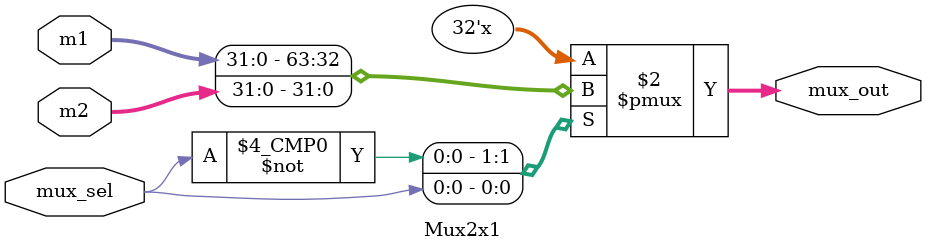
<source format=sv>
module Mux2x1 (input logic mux_sel, 
               input logic [31:0] m1, m2,
               output logic [31:0] mux_out);
always_comb begin
	case (mux_sel)
		1'b0 : mux_out = m1;
        1'b1 : mux_out = m2;
        default : mux_out = m1;
	endcase
	end
endmodule
</source>
